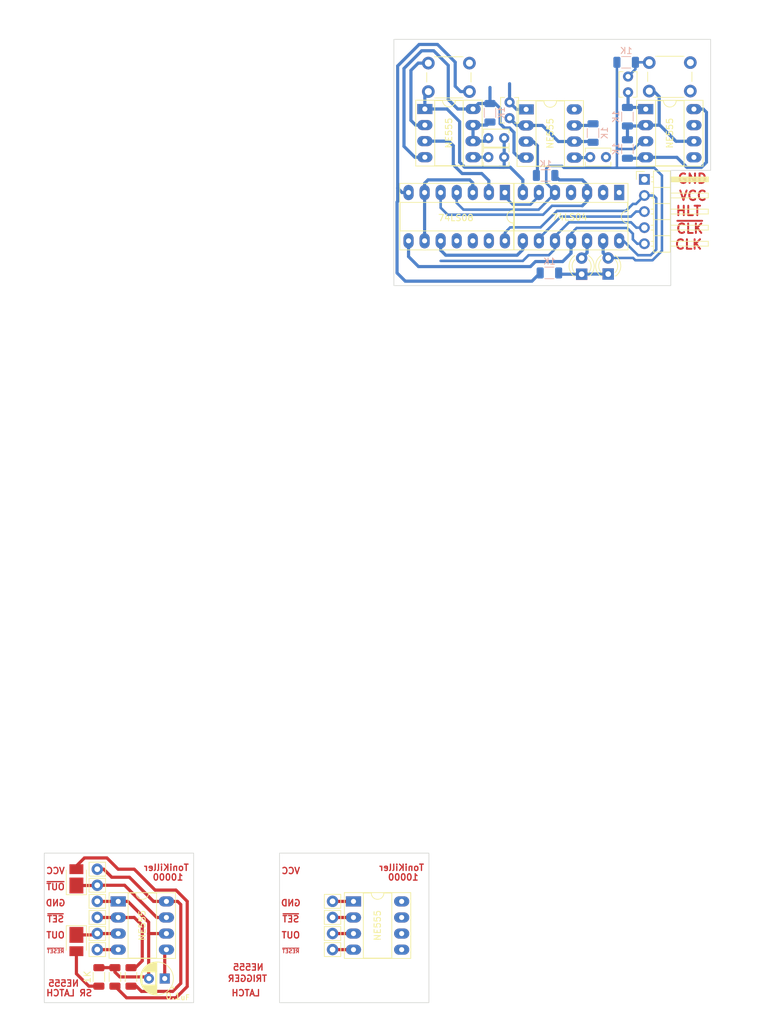
<source format=kicad_pcb>
(kicad_pcb (version 20211014) (generator pcbnew)
  (layers (0 "F.Cu" signal) (31 "B.Cu" signal) (34 "B.Paste" user) (35 "F.Paste" user) (36 "B.SilkS" user "B.Silkscreen") (37 "F.SilkS" user "F.Silkscreen") (38 "B.Mask" user) (39 "F.Mask" user) (44 "Edge.Cuts" user))
  (net 0 "")
  (footprint "Connector_Pin:Pin_D0.9mm_L10.0mm_W2.4mm_FlatFork" (layer "F.Cu") (at 64.289 163.66)
    (fp_text reference "REF**" hide)
    (fp_text value "Pin_D0.9mm_L10.0mm_W2.4mm_FlatFork")
    (pad "1" thru_hole circle (at 0 0) (size 1.8 1.8) (drill 0.9) (layers F&B.Cu *.Mask))
  )
  (footprint "LED_SMD:LED_PLCC_2835_Handsoldering" (layer "F.Cu") (at 60.987 164.93 -90)
    (fp_text reference "REF**" hide)
    (fp_text value "LED_PLCC_2835_Handsoldering")
    (pad "1" smd rect (at -1.05 0 270) (size 2.5 2.2) (layers "F.Cu" "F.Paste" "F.Mask"))
    (pad "2" smd rect (at 1.525 0 270) (size 1.55 2.2) (layers "F.Cu" "F.Paste" "F.Mask"))
  )
  (footprint "Connector_Pin:Pin_D0.9mm_L10.0mm_W2.4mm_FlatFork" (layer "F.Cu") (at 101.5 158.58)
    (fp_text reference "REF**" hide)
    (fp_text value "Pin_D0.9mm_L10.0mm_W2.4mm_FlatFork")
    (pad "1" thru_hole circle (at 0 0) (size 1.8 1.8) (drill 0.9) (layers F&B.Cu *.Mask))
  )
  (footprint "Connector_Pin:Pin_D0.9mm_L10.0mm_W2.4mm_FlatFork" (layer "F.Cu") (at 64.289 161.12)
    (fp_text reference "REF**" hide)
    (fp_text value "Pin_D0.9mm_L10.0mm_W2.4mm_FlatFork")
    (pad "1" thru_hole circle (at 0 0) (size 1.8 1.8) (drill 0.9) (layers F&B.Cu *.Mask))
  )
  (footprint "LED_THT:LED_D3.0mm" (layer "F.Cu") (at 140.9 59.5 90)
    (fp_text reference "REF**" hide)
    (fp_text value "LED_D3.0mm")
    (pad "1" thru_hole rect (at 0 0 90) (size 1.8 1.8) (drill 0.9) (layers *.Cu *.Mask))
    (pad "2" thru_hole circle (at 2.54 0 90) (size 1.8 1.8) (drill 0.9) (layers *.Cu *.Mask))
  )
  (footprint "Connector_Pin:Pin_D0.9mm_L10.0mm_W2.4mm_FlatFork" (layer "F.Cu") (at 64.289 158.58)
    (fp_text reference "REF**" hide)
    (fp_text value "Pin_D0.9mm_L10.0mm_W2.4mm_FlatFork")
    (pad "1" thru_hole circle (at 0 0) (size 1.8 1.8) (drill 0.9) (layers F&B.Cu *.Mask))
  )
  (footprint "Package_DIP:DIP-8_W7.62mm_Socket_LongPads" (layer "F.Cu") (at 104.812 158.59)
    (fp_text reference "NE555" (at 3.8 3.8 90) (layer "F.SilkS"))
    (fp_text value "DIP-8_W7.62mm_Socket_LongPads" hide)
    (pad "1" thru_hole rect (at 0 0) (size 2.4 1.6) (drill 0.8) (layers F&B.Cu *.Mask))
    (pad "2" thru_hole oval (at 0 2.54) (size 2.4 1.6) (drill 0.8) (layers F&B.Cu *.Mask))
    (pad "3" thru_hole oval (at 0 5.08) (size 2.4 1.6) (drill 0.8) (layers F&B.Cu *.Mask))
    (pad "4" thru_hole oval (at 0 7.62) (size 2.4 1.6) (drill 0.8) (layers F&B.Cu *.Mask))
    (pad "5" thru_hole oval (at 7.62 7.62) (size 2.4 1.6) (drill 0.8) (layers F&B.Cu *.Mask))
    (pad "6" thru_hole oval (at 7.62 5.08) (size 2.4 1.6) (drill 0.8) (layers F&B.Cu *.Mask))
    (pad "7" thru_hole oval (at 7.62 2.54) (size 2.4 1.6) (drill 0.8) (layers F&B.Cu *.Mask))
    (pad "8" thru_hole oval (at 7.62 0) (size 2.4 1.6) (drill 0.8) (layers F&B.Cu *.Mask))
  )
  (footprint "Resistor_SMD:R_1206_3216Metric" (layer "F.Cu") (at 67.083 170.518 90)
    (fp_text reference "1K" hide)
    (fp_text value "R_1206_3216Metric")
    (pad "1" smd roundrect (at -1.4625 0 90) (size 1.125 1.75) (layers "F.Cu" "F.Paste" "F.Mask") (roundrect_rratio 0.222222))
    (pad "2" smd roundrect (at 1.4625 0 90) (size 1.125 1.75) (layers "F.Cu" "F.Paste" "F.Mask") (roundrect_rratio 0.222222))
  )
  (footprint "Capacitor_THT:C_Disc_D3.8mm_W2.6mm_P2.50mm" (layer "F.Cu") (at 144.75 41 180)
    (fp_text reference "REF**" hide)
    (fp_text value "C_Disc_D3.8mm_W2.6mm_P2.50mm")
    (pad "1" thru_hole circle (at 0 0 180) (size 1.6 1.6) (drill 0.8) (layers *.Cu *.Mask))
    (pad "2" thru_hole circle (at 2.5 0 180) (size 1.6 1.6) (drill 0.8) (layers *.Cu *.Mask))
  )
  (footprint "LED_THT:LED_D3.0mm" (layer "F.Cu") (at 145.1 59.475 90)
    (fp_text reference "REF**" hide)
    (fp_text value "LED_D3.0mm")
    (pad "1" thru_hole rect (at 0 0 90) (size 1.8 1.8) (drill 0.9) (layers *.Cu *.Mask))
    (pad "2" thru_hole circle (at 2.54 0 90) (size 1.8 1.8) (drill 0.9) (layers *.Cu *.Mask))
  )
  (footprint "Package_DIP:DIP-8_W7.62mm_Socket_LongPads" (layer "F.Cu") (at 132.12 33.46)
    (fp_text reference "NE555" (at 3.8 3.8 90) (layer "F.SilkS"))
    (fp_text value "DIP-8_W7.62mm_Socket_LongPads" hide)
    (pad "1" thru_hole rect (at 0 0) (size 2.4 1.6) (drill 0.8) (layers F&B.Cu *.Mask))
    (pad "2" thru_hole oval (at 0 2.54) (size 2.4 1.6) (drill 0.8) (layers F&B.Cu *.Mask))
    (pad "3" thru_hole oval (at 0 5.08) (size 2.4 1.6) (drill 0.8) (layers F&B.Cu *.Mask))
    (pad "4" thru_hole oval (at 0 7.62) (size 2.4 1.6) (drill 0.8) (layers F&B.Cu *.Mask))
    (pad "5" thru_hole oval (at 7.62 7.62) (size 2.4 1.6) (drill 0.8) (layers F&B.Cu *.Mask))
    (pad "6" thru_hole oval (at 7.62 5.08) (size 2.4 1.6) (drill 0.8) (layers F&B.Cu *.Mask))
    (pad "7" thru_hole oval (at 7.62 2.54) (size 2.4 1.6) (drill 0.8) (layers F&B.Cu *.Mask))
    (pad "8" thru_hole oval (at 7.62 0) (size 2.4 1.6) (drill 0.8) (layers F&B.Cu *.Mask))
  )
  (footprint "Button_Switch_THT:SW_PUSH_6mm" (layer "F.Cu") (at 151.59 26.07)
    (fp_text reference "REF**" hide)
    (fp_text value "SW_PUSH_6mm")
    (pad "1" thru_hole circle (at 6.5 0 90) (size 2 2) (drill 1.1) (layers *.Cu *.Mask))
    (pad "1" thru_hole circle (at 0 0 90) (size 2 2) (drill 1.1) (layers *.Cu *.Mask))
    (pad "2" thru_hole circle (at 0 4.5 90) (size 2 2) (drill 1.1) (layers *.Cu *.Mask))
    (pad "2" thru_hole circle (at 6.5 4.5 90) (size 2 2) (drill 1.1) (layers *.Cu *.Mask))
  )
  (footprint "Capacitor_THT:C_Disc_D3.8mm_W2.6mm_P2.50mm" (layer "F.Cu") (at 148.24 28.27 -90)
    (fp_text reference "REF**" hide)
    (fp_text value "C_Disc_D3.8mm_W2.6mm_P2.50mm")
    (pad "1" thru_hole circle (at 0 0 270) (size 1.6 1.6) (drill 0.8) (layers *.Cu *.Mask))
    (pad "2" thru_hole circle (at 2.5 0 270) (size 1.6 1.6) (drill 0.8) (layers *.Cu *.Mask))
  )
  (footprint "Resistor_SMD:R_1206_3216Metric" (layer "F.Cu") (at 69.623 170.518 90)
    (fp_text reference "1K" hide)
    (fp_text value "R_1206_3216Metric")
    (pad "1" smd roundrect (at -1.4625 0 90) (size 1.125 1.75) (layers "F.Cu" "F.Paste" "F.Mask") (roundrect_rratio 0.222222))
    (pad "2" smd roundrect (at 1.4625 0 90) (size 1.125 1.75) (layers "F.Cu" "F.Paste" "F.Mask") (roundrect_rratio 0.222222))
  )
  (footprint "Resistor_SMD:R_1206_3216Metric" (layer "F.Cu") (at 64.543 170.518 90)
    (fp_text reference "1K" (at 0 -1.82 90) (layer "F.SilkS"))
    (fp_text value "R_1206_3216Metric")
    (pad "1" smd roundrect (at -1.4625 0 90) (size 1.125 1.75) (layers "F.Cu" "F.Paste" "F.Mask") (roundrect_rratio 0.222222))
    (pad "2" smd roundrect (at 1.4625 0 90) (size 1.125 1.75) (layers "F.Cu" "F.Paste" "F.Mask") (roundrect_rratio 0.222222))
  )
  (footprint "Capacitor_THT:C_Disc_D3.8mm_W2.6mm_P2.50mm" (layer "F.Cu") (at 129.5 34.85 90)
    (fp_text reference "REF**" hide)
    (fp_text value "C_Disc_D3.8mm_W2.6mm_P2.50mm")
    (pad "1" thru_hole circle (at 0 0 90) (size 1.6 1.6) (drill 0.8) (layers *.Cu *.Mask))
    (pad "2" thru_hole circle (at 2.5 0 90) (size 1.6 1.6) (drill 0.8) (layers *.Cu *.Mask))
  )
  (footprint "Connector_Pin:Pin_D0.9mm_L10.0mm_W2.4mm_FlatFork" (layer "F.Cu") (at 64.289 156.04)
    (fp_text reference "REF**" hide)
    (fp_text value "Pin_D0.9mm_L10.0mm_W2.4mm_FlatFork")
    (pad "1" thru_hole circle (at 0 0) (size 1.8 1.8) (drill 0.9) (layers F&B.Cu *.Mask))
  )
  (footprint "Capacitor_THT:CP_Radial_D5.0mm_P2.50mm" (layer "F.Cu") (at 74.957 170.772 180)
    (fp_text reference "0.1_{uF}" (at -2.032 -2.794) (layer "F.SilkS"))
    (fp_text value "CP_Radial_D5.0mm_P2.50mm")
    (pad "1" thru_hole rect (at 0 0 180) (size 1.6 1.6) (drill 0.8) (layers F&B.Cu *.Mask))
    (pad "2" thru_hole circle (at 2.5 0 180) (size 1.6 1.6) (drill 0.8) (layers F&B.Cu *.Mask))
  )
  (footprint "Connector_Pin:Pin_D0.9mm_L10.0mm_W2.4mm_FlatFork" (layer "F.Cu") (at 64.289 166.2)
    (fp_text reference "REF**" hide)
    (fp_text value "Pin_D0.9mm_L10.0mm_W2.4mm_FlatFork")
    (pad "1" thru_hole circle (at 0 0) (size 1.8 1.8) (drill 0.9) (layers F&B.Cu *.Mask))
  )
  (footprint "Package_DIP:DIP-14_W7.62mm_Socket_LongPads" (layer "F.Cu") (at 128.76 46.6 -90)
    (fp_text reference "74LS08" (at 4 7.76 180) (layer "F.SilkS"))
    (fp_text value "DIP-14_W7.62mm_Socket_LongPads")
    (pad "1" thru_hole rect locked (at 0 0 270) (size 2.4 1.6) (drill 0.8) (layers *.Cu *.Mask))
    (pad "2" thru_hole oval locked (at 0 2.54 270) (size 2.4 1.6) (drill 0.8) (layers *.Cu *.Mask))
    (pad "3" thru_hole oval locked (at 0 5.08 270) (size 2.4 1.6) (drill 0.8) (layers *.Cu *.Mask))
    (pad "4" thru_hole oval locked (at 0 7.62 270) (size 2.4 1.6) (drill 0.8) (layers *.Cu *.Mask))
    (pad "5" thru_hole oval locked (at 0 10.16 270) (size 2.4 1.6) (drill 0.8) (layers *.Cu *.Mask))
    (pad "6" thru_hole oval locked (at 0 12.7 270) (size 2.4 1.6) (drill 0.8) (layers *.Cu *.Mask))
    (pad "7" thru_hole oval locked (at 0 15.24 270) (size 2.4 1.6) (drill 0.8) (layers *.Cu *.Mask))
    (pad "8" thru_hole oval locked (at 7.62 15.24 270) (size 2.4 1.6) (drill 0.8) (layers *.Cu *.Mask))
    (pad "9" thru_hole oval locked (at 7.62 12.7 270) (size 2.4 1.6) (drill 0.8) (layers *.Cu *.Mask))
    (pad "10" thru_hole oval locked (at 7.62 10.16 270) (size 2.4 1.6) (drill 0.8) (layers *.Cu *.Mask))
    (pad "11" thru_hole oval locked (at 7.62 7.62 270) (size 2.4 1.6) (drill 0.8) (layers *.Cu *.Mask))
    (pad "12" thru_hole oval locked (at 7.62 5.08 270) (size 2.4 1.6) (drill 0.8) (layers *.Cu *.Mask))
    (pad "13" thru_hole oval locked (at 7.62 2.54 270) (size 2.4 1.6) (drill 0.8) (layers *.Cu *.Mask))
    (pad "14" thru_hole oval locked (at 7.62 0 270) (size 2.4 1.6) (drill 0.8) (layers *.Cu *.Mask))
  )
  (footprint "Capacitor_THT:C_Disc_D3.8mm_W2.6mm_P2.50mm" (layer "F.Cu") (at 128.65 41 180)
    (fp_text reference "REF**" hide)
    (fp_text value "C_Disc_D3.8mm_W2.6mm_P2.50mm")
    (pad "1" thru_hole circle (at 0 0 180) (size 1.6 1.6) (drill 0.8) (layers *.Cu *.Mask))
    (pad "2" thru_hole circle (at 2.5 0 180) (size 1.6 1.6) (drill 0.8) (layers *.Cu *.Mask))
  )
  (footprint "Capacitor_THT:C_Disc_D3.8mm_W2.6mm_P2.50mm" (layer "F.Cu") (at 128.65 38 180)
    (fp_text reference "REF**" hide)
    (fp_text value "C_Disc_D3.8mm_W2.6mm_P2.50mm")
    (pad "1" thru_hole circle (at 0 0 180) (size 1.6 1.6) (drill 0.8) (layers *.Cu *.Mask))
    (pad "2" thru_hole circle (at 2.5 0 180) (size 1.6 1.6) (drill 0.8) (layers *.Cu *.Mask))
  )
  (footprint "Connector_Pin:Pin_D0.9mm_L10.0mm_W2.4mm_FlatFork" (layer "F.Cu") (at 64.289 153.5)
    (fp_text reference "REF**" hide)
    (fp_text value "Pin_D0.9mm_L10.0mm_W2.4mm_FlatFork")
    (pad "1" thru_hole circle (at 0 0) (size 1.8 1.8) (drill 0.9) (layers F&B.Cu *.Mask))
  )
  (footprint "Connector_PinHeader_2.54mm:PinHeader_1x05_P2.54mm_Horizontal" (layer "F.Cu") (at 150.825 44.525)
    (fp_text reference "REF**" hide)
    (fp_text value "PinHeader_1x05_P2.54mm_Horizontal")
    (pad "1" thru_hole rect (at 0 0) (size 1.7 1.7) (drill 1) (layers *.Cu *.Mask))
    (pad "2" thru_hole oval (at 0 2.54) (size 1.7 1.7) (drill 1) (layers *.Cu *.Mask))
    (pad "3" thru_hole oval (at 0 5.08) (size 1.7 1.7) (drill 1) (layers *.Cu *.Mask))
    (pad "4" thru_hole oval (at 0 7.62) (size 1.7 1.7) (drill 1) (layers *.Cu *.Mask))
    (pad "5" thru_hole oval (at 0 10.16) (size 1.7 1.7) (drill 1) (layers *.Cu *.Mask))
  )
  (footprint "Package_DIP:DIP-14_W7.62mm_Socket_LongPads" (layer "F.Cu") (at 146.84 46.6 -90)
    (fp_text reference "74LS04" (at 3.9 7.84 180) (layer "F.SilkS"))
    (fp_text value "DIP-14_W7.62mm_Socket_LongPads")
    (pad "1" thru_hole rect (at 0 0 270) (size 2.4 1.6) (drill 0.8) (layers *.Cu *.Mask))
    (pad "2" thru_hole oval (at 0 2.54 270) (size 2.4 1.6) (drill 0.8) (layers *.Cu *.Mask))
    (pad "3" thru_hole oval (at 0 5.08 270) (size 2.4 1.6) (drill 0.8) (layers *.Cu *.Mask))
    (pad "4" thru_hole oval (at 0 7.62 270) (size 2.4 1.6) (drill 0.8) (layers *.Cu *.Mask))
    (pad "5" thru_hole oval (at 0 10.16 270) (size 2.4 1.6) (drill 0.8) (layers *.Cu *.Mask))
    (pad "6" thru_hole oval (at 0 12.7 270) (size 2.4 1.6) (drill 0.8) (layers *.Cu *.Mask))
    (pad "7" thru_hole oval (at 0 15.24 270) (size 2.4 1.6) (drill 0.8) (layers *.Cu *.Mask))
    (pad "8" thru_hole oval (at 7.62 15.24 270) (size 2.4 1.6) (drill 0.8) (layers *.Cu *.Mask))
    (pad "9" thru_hole oval (at 7.62 12.7 270) (size 2.4 1.6) (drill 0.8) (layers *.Cu *.Mask))
    (pad "10" thru_hole oval (at 7.62 10.16 270) (size 2.4 1.6) (drill 0.8) (layers *.Cu *.Mask))
    (pad "11" thru_hole oval (at 7.62 7.62 270) (size 2.4 1.6) (drill 0.8) (layers *.Cu *.Mask))
    (pad "12" thru_hole oval (at 7.62 5.08 270) (size 2.4 1.6) (drill 0.8) (layers *.Cu *.Mask))
    (pad "13" thru_hole oval (at 7.62 2.54 270) (size 2.4 1.6) (drill 0.8) (layers *.Cu *.Mask))
    (pad "14" thru_hole oval (at 7.62 0 270) (size 2.4 1.6) (drill 0.8) (layers *.Cu *.Mask))
  )
  (footprint "Connector_Pin:Pin_D0.9mm_L10.0mm_W2.4mm_FlatFork" (layer "F.Cu") (at 101.5 163.66)
    (fp_text reference "REF**" hide)
    (fp_text value "Pin_D0.9mm_L10.0mm_W2.4mm_FlatFork")
    (pad "1" thru_hole circle (at 0 0) (size 1.8 1.8) (drill 0.9) (layers F&B.Cu *.Mask))
  )
  (footprint "Button_Switch_THT:SW_PUSH_6mm" (layer "F.Cu") (at 116.65 26.15)
    (fp_text reference "REF**" hide)
    (fp_text value "SW_PUSH_6mm")
    (pad "1" thru_hole circle (at 6.5 0 90) (size 2 2) (drill 1.1) (layers *.Cu *.Mask))
    (pad "1" thru_hole circle (at 0 0 90) (size 2 2) (drill 1.1) (layers *.Cu *.Mask))
    (pad "2" thru_hole circle (at 0 4.5 90) (size 2 2) (drill 1.1) (layers *.Cu *.Mask))
    (pad "2" thru_hole circle (at 6.5 4.5 90) (size 2 2) (drill 1.1) (layers *.Cu *.Mask))
  )
  (footprint "Package_DIP:DIP-8_W7.62mm_Socket_LongPads" (layer "F.Cu") (at 67.601 158.59)
    (fp_text reference "NE555" (at 3.8 3.8 90) (layer "F.SilkS"))
    (fp_text value "DIP-8_W7.62mm_Socket_LongPads" hide)
    (pad "1" thru_hole rect (at 0 0) (size 2.4 1.6) (drill 0.8) (layers F&B.Cu *.Mask))
    (pad "2" thru_hole oval (at 0 2.54) (size 2.4 1.6) (drill 0.8) (layers F&B.Cu *.Mask))
    (pad "3" thru_hole oval (at 0 5.08) (size 2.4 1.6) (drill 0.8) (layers F&B.Cu *.Mask))
    (pad "4" thru_hole oval (at 0 7.62) (size 2.4 1.6) (drill 0.8) (layers F&B.Cu *.Mask))
    (pad "5" thru_hole oval (at 7.62 7.62) (size 2.4 1.6) (drill 0.8) (layers F&B.Cu *.Mask))
    (pad "6" thru_hole oval (at 7.62 5.08) (size 2.4 1.6) (drill 0.8) (layers F&B.Cu *.Mask))
    (pad "7" thru_hole oval (at 7.62 2.54) (size 2.4 1.6) (drill 0.8) (layers F&B.Cu *.Mask))
    (pad "8" thru_hole oval (at 7.62 0) (size 2.4 1.6) (drill 0.8) (layers F&B.Cu *.Mask))
  )
  (footprint "Connector_Pin:Pin_D0.9mm_L10.0mm_W2.4mm_FlatFork" (layer "F.Cu") (at 101.5 166.2)
    (fp_text reference "REF**" hide)
    (fp_text value "Pin_D0.9mm_L10.0mm_W2.4mm_FlatFork")
    (pad "1" thru_hole circle (at 0 0) (size 1.8 1.8) (drill 0.9) (layers F&B.Cu *.Mask))
  )
  (footprint "LED_SMD:LED_PLCC_2835_Handsoldering" (layer "F.Cu") (at 60.987 155.024 90)
    (fp_text reference "REF**" hide)
    (fp_text value "LED_PLCC_2835_Handsoldering")
    (pad "1" smd rect (at -1.05 0 90) (size 2.5 2.2) (layers "F.Cu" "F.Paste" "F.Mask"))
    (pad "2" smd rect (at 1.525 0 90) (size 1.55 2.2) (layers "F.Cu" "F.Paste" "F.Mask"))
  )
  (footprint "Package_DIP:DIP-8_W7.62mm_Socket_LongPads" (layer "F.Cu") (at 151.04 33.42)
    (fp_text reference "NE555" (at 3.8 3.8 90) (layer "F.SilkS"))
    (fp_text value "DIP-8_W7.62mm_Socket_LongPads" hide)
    (pad "1" thru_hole rect (at 0 0) (size 2.4 1.6) (drill 0.8) (layers F&B.Cu *.Mask))
    (pad "2" thru_hole oval (at 0 2.54) (size 2.4 1.6) (drill 0.8) (layers F&B.Cu *.Mask))
    (pad "3" thru_hole oval (at 0 5.08) (size 2.4 1.6) (drill 0.8) (layers F&B.Cu *.Mask))
    (pad "4" thru_hole oval (at 0 7.62) (size 2.4 1.6) (drill 0.8) (layers F&B.Cu *.Mask))
    (pad "5" thru_hole oval (at 7.62 7.62) (size 2.4 1.6) (drill 0.8) (layers F&B.Cu *.Mask))
    (pad "6" thru_hole oval (at 7.62 5.08) (size 2.4 1.6) (drill 0.8) (layers F&B.Cu *.Mask))
    (pad "7" thru_hole oval (at 7.62 2.54) (size 2.4 1.6) (drill 0.8) (layers F&B.Cu *.Mask))
    (pad "8" thru_hole oval (at 7.62 0) (size 2.4 1.6) (drill 0.8) (layers F&B.Cu *.Mask))
  )
  (footprint "Connector_Pin:Pin_D0.9mm_L10.0mm_W2.4mm_FlatFork" (layer "F.Cu") (at 101.5 161.12)
    (fp_text reference "REF**" hide)
    (fp_text value "Pin_D0.9mm_L10.0mm_W2.4mm_FlatFork")
    (pad "1" thru_hole circle (at 0 0) (size 1.8 1.8) (drill 0.9) (layers F&B.Cu *.Mask))
  )
  (footprint "Package_DIP:DIP-8_W7.62mm_Socket_LongPads" (layer "F.Cu") (at 116.1 33.4)
    (fp_text reference "NE555" (at 3.8 3.8 90) (layer "F.SilkS"))
    (fp_text value "DIP-8_W7.62mm_Socket_LongPads" hide)
    (pad "1" thru_hole rect (at 0 0) (size 2.4 1.6) (drill 0.8) (layers F&B.Cu *.Mask))
    (pad "2" thru_hole oval (at 0 2.54) (size 2.4 1.6) (drill 0.8) (layers F&B.Cu *.Mask))
    (pad "3" thru_hole oval (at 0 5.08) (size 2.4 1.6) (drill 0.8) (layers F&B.Cu *.Mask))
    (pad "4" thru_hole oval (at 0 7.62) (size 2.4 1.6) (drill 0.8) (layers F&B.Cu *.Mask))
    (pad "5" thru_hole oval (at 7.62 7.62) (size 2.4 1.6) (drill 0.8) (layers F&B.Cu *.Mask))
    (pad "6" thru_hole oval (at 7.62 5.08) (size 2.4 1.6) (drill 0.8) (layers F&B.Cu *.Mask))
    (pad "7" thru_hole oval (at 7.62 2.54) (size 2.4 1.6) (drill 0.8) (layers F&B.Cu *.Mask))
    (pad "8" thru_hole oval (at 7.62 0) (size 2.4 1.6) (drill 0.8) (layers F&B.Cu *.Mask))
  )
  (footprint "Resistor_SMD:R_1206_3216Metric" (layer "B.Cu") (at 148.14 39.72 -90)
    (fp_text reference "1K" (at 0 1.82 -270) (layer "B.SilkS") (effects (justify mirror)))
    (fp_text value "R_1206_3216Metric")
    (pad "1" smd roundrect (at -1.4625 0 270) (size 1.125 1.75) (layers "B.Cu" "B.Paste" "B.Mask") (roundrect_rratio 0.222222))
    (pad "2" smd roundrect (at 1.4625 0 270) (size 1.125 1.75) (layers "B.Cu" "B.Paste" "B.Mask") (roundrect_rratio 0.222222))
  )
  (footprint "Resistor_SMD:R_1206_3216Metric" (layer "B.Cu") (at 142.7 37.2 90)
    (fp_text reference "1K" (at 0 1.82 90) (layer "B.SilkS") (effects (justify mirror)))
    (fp_text value "R_1206_3216Metric")
    (pad "1" smd roundrect (at -1.4625 0 90) (size 1.125 1.75) (layers "B.Cu" "B.Paste" "B.Mask") (roundrect_rratio 0.222222))
    (pad "2" smd roundrect (at 1.4625 0 90) (size 1.125 1.75) (layers "B.Cu" "B.Paste" "B.Mask") (roundrect_rratio 0.222222))
  )
  (footprint "Resistor_SMD:R_1206_3216Metric" (layer "B.Cu") (at 147.94 26.02 180)
    (fp_text reference "1K" (at 0 1.82) (layer "B.SilkS") (effects (justify mirror)))
    (fp_text value "R_1206_3216Metric")
    (pad "1" smd roundrect (at -1.4625 0 180) (size 1.125 1.75) (layers "B.Cu" "B.Paste" "B.Mask") (roundrect_rratio 0.222222))
    (pad "2" smd roundrect (at 1.4625 0 180) (size 1.125 1.75) (layers "B.Cu" "B.Paste" "B.Mask") (roundrect_rratio 0.222222))
  )
  (footprint "Resistor_SMD:R_1206_3216Metric" (layer "B.Cu") (at 135.8 59.3 180)
    (fp_text reference "1K" (at 0 1.82) (layer "B.SilkS") (effects (justify mirror)))
    (fp_text value "R_1206_3216Metric")
    (pad "1" smd roundrect (at -1.4625 0 180) (size 1.125 1.75) (layers "B.Cu" "B.Paste" "B.Mask") (roundrect_rratio 0.222222))
    (pad "2" smd roundrect (at 1.4625 0 180) (size 1.125 1.75) (layers "B.Cu" "B.Paste" "B.Mask") (roundrect_rratio 0.222222))
  )
  (footprint "Resistor_SMD:R_1206_3216Metric" (layer "B.Cu") (at 126.4 34 90)
    (fp_text reference "1K" (at 0 1.82 90) (layer "B.SilkS") (effects (justify mirror)))
    (fp_text value "R_1206_3216Metric")
    (pad "1" smd roundrect (at -1.4625 0 90) (size 1.125 1.75) (layers "B.Cu" "B.Paste" "B.Mask") (roundrect_rratio 0.222222))
    (pad "2" smd roundrect (at 1.4625 0 90) (size 1.125 1.75) (layers "B.Cu" "B.Paste" "B.Mask") (roundrect_rratio 0.222222))
  )
  (footprint "Resistor_SMD:R_1206_3216Metric" (layer "B.Cu") (at 148.14 34.62 -90)
    (fp_text reference "1K" (at 0 1.82 -270) (layer "B.SilkS") (effects (justify mirror)))
    (fp_text value "R_1206_3216Metric")
    (pad "1" smd roundrect (at -1.4625 0 270) (size 1.125 1.75) (layers "B.Cu" "B.Paste" "B.Mask") (roundrect_rratio 0.222222))
    (pad "2" smd roundrect (at 1.4625 0 270) (size 1.125 1.75) (layers "B.Cu" "B.Paste" "B.Mask") (roundrect_rratio 0.222222))
  )
  (footprint "Resistor_SMD:R_1206_3216Metric" (layer "B.Cu") (at 135.2 43.9 180)
    (fp_text reference "1K" (at 0 1.82) (layer "B.SilkS") (effects (justify mirror)))
    (fp_text value "R_1206_3216Metric")
    (pad "1" smd roundrect (at -1.4625 0 180) (size 1.125 1.75) (layers "B.Cu" "B.Paste" "B.Mask") (roundrect_rratio 0.222222))
    (pad "2" smd roundrect (at 1.4625 0 180) (size 1.125 1.75) (layers "B.Cu" "B.Paste" "B.Mask") (roundrect_rratio 0.222222))
  )
  (gr_poly (pts (xy 161.3 43.1) (xy 155 43.1) (xy 155 61.3) (xy 111.2 61.3) (xy 111.2 22.4) (xy 161.3 22.4)) (layer "Edge.Cuts") (width 0.1) (fill none))
  (gr_rect (start 55.907 150.96) (end 79.529 174.582) (layer "Edge.Cuts") (width 0.1) (fill none))
  (gr_rect (start 93.118 150.96) (end 116.74 174.582) (layer "Edge.Cuts") (width 0.1) (fill none))
  (gr_text "10000\n" (at 112.676 154.77) (layer "F.Cu") (effects (font (size 1 1) (thickness 0.2)) (justify mirror)))
  (gr_text "~{SET}" (at 57.685 161.374) (layer "F.Cu") (effects (font (size 1 1) (thickness 0.2)) (justify mirror)))
  (gr_text "VCC" (at 57.685 153.754) (layer "F.Cu") (effects (font (size 1 1) (thickness 0.2)) (justify mirror)))
  (gr_text "ToniKiller\n" (at 75.211 153.246) (layer "F.Cu") (effects (font (size 1 1) (thickness 0.2)) (justify mirror)))
  (gr_text "~{RESET}" (at 94.896 166.454) (layer "F.Cu") (effects (font (size 0.6 0.6) (thickness 0.12)) (justify mirror)))
  (gr_text "VCC" (at 94.896 153.754) (layer "F.Cu") (effects (font (size 1 1) (thickness 0.2)) (justify mirror)))
  (gr_text "~{OUT}" (at 57.685 156.294) (layer "F.Cu") (effects (font (size 1 1) (thickness 0.2)) (justify mirror)))
  (gr_text "GND" (at 158.4 44.4) (layer "F.Cu") (effects (font (size 1.5 1.5) (thickness 0.3))))
  (gr_text "~{RESET}" (at 57.685 166.454) (layer "F.Cu") (effects (font (size 0.6 0.6) (thickness 0.12)) (justify mirror)))
  (gr_text "GND\n" (at 94.896 158.834) (layer "F.Cu") (effects (font (size 1 1) (thickness 0.2)) (justify mirror)))
  (gr_text "NE555 " (at 58.574 171.534) (layer "F.Cu") (effects (font (size 1 1) (thickness 0.2)) (justify mirror)))
  (gr_text "SR LATCH" (at 59.844 173.058) (layer "F.Cu") (effects (font (size 1 1) (thickness 0.2)) (justify mirror)))
  (gr_text "~{CLK}\n" (at 158 52.3) (layer "F.Cu") (effects (font (size 1.5 1.5) (thickness 0.3))))
  (gr_text "ToniKiller\n" (at 112.422 153.246) (layer "F.Cu") (effects (font (size 1 1) (thickness 0.2)) (justify mirror)))
  (gr_text "NE555 " (at 87.784 168.994) (layer "F.Cu") (effects (font (size 1 1) (thickness 0.2)) (justify mirror)))
  (gr_text "CLK\n" (at 157.8 54.8) (layer "F.Cu") (effects (font (size 1.5 1.5) (thickness 0.3))))
  (gr_text "TRIGGER\n" (at 88.038 170.772) (layer "F.Cu") (effects (font (size 1 1) (thickness 0.2)) (justify mirror)))
  (gr_text "OUT" (at 94.896 163.914) (layer "F.Cu") (effects (font (size 1 1) (thickness 0.2)) (justify mirror)))
  (gr_text "OUT" (at 57.685 163.914) (layer "F.Cu") (effects (font (size 1 1) (thickness 0.2)) (justify mirror)))
  (gr_text "~{SET}" (at 94.896 161.374) (layer "F.Cu") (effects (font (size 1 1) (thickness 0.2)) (justify mirror)))
  (gr_text "GND\n" (at 57.685 158.834) (layer "F.Cu") (effects (font (size 1 1) (thickness 0.2)) (justify mirror)))
  (gr_text "VCC" (at 158.5 47.1) (layer "F.Cu") (effects (font (size 1.5 1.5) (thickness 0.3))))
  (gr_text "10000\n" (at 75.465 154.77) (layer "F.Cu") (effects (font (size 1 1) (thickness 0.2)) (justify mirror)))
  (gr_text "LATCH" (at 87.784 173.058) (layer "F.Cu") (effects (font (size 1 1) (thickness 0.2)) (justify mirror)))
  (gr_text "HLT" (at 157.8 49.5) (layer "F.Cu") (effects (font (size 1.5 1.5) (thickness 0.3))))
  (segment (start 77.497 171.534) (end 76.227 172.804) (width 0.5) (layer "F.Cu") (net 0))
  (segment (start 104.812 158.59) (end 101.51 158.59) (width 0.5) (layer "F.Cu") (net 0))
  (segment (start 62.257 151.722) (end 65.813 151.722) (width 0.5) (layer "F.Cu") (net 0))
  (segment (start 67.601 158.59) (end 64.299 158.59) (width 0.5) (layer "F.Cu") (net 0))
  (segment (start 64.299 161.13) (end 64.289 161.12) (width 0.5) (layer "F.Cu") (net 0))
  (segment (start 78.513 158.58) (end 78.513 172.042) (width 0.5) (layer "F.Cu") (net 0))
  (segment (start 69.125 158.59) (end 72.417 161.882) (width 0.5) (layer "F.Cu") (net 0))
  (segment (start 60.987 153.499) (end 60.987 152.992) (width 0.5) (layer "F.Cu") (net 0))
  (segment (start 71.401 162.39) (end 70.131 161.12) (width 0.5) (layer "F.Cu") (net 0))
  (segment (start 70.3235 169.0555) (end 71.401 167.978) (width 0.5) (layer "F.Cu") (net 0))
  (segment (start 67.083 169.0555) (end 67.083 169.756) (width 0.5) (layer "F.Cu") (net 0))
  (segment (start 73.433 156.802) (end 76.735 156.802) (width 0.5) (layer "F.Cu") (net 0))
  (segment (start 71.274 172.804) (end 70.4505 171.9805) (width 0.5) (layer "F.Cu") (net 0))
  (segment (start 70.131 153.5) (end 73.433 156.802) (width 0.5) (layer "F.Cu") (net 0))
  (segment (start 60.987 163.88) (end 64.069 163.88) (width 0.5) (layer "F.Cu") (net 0))
  (segment (start 67.845 170.518) (end 72.203 170.518) (width 0.5) (layer "F.Cu") (net 0))
  (segment (start 101.51 163.67) (end 101.5 163.66) (width 0.5) (layer "F.Cu") (net 0))
  (segment (start 78.513 172.042) (end 76.735 173.82) (width 0.5) (layer "F.Cu") (net 0))
  (segment (start 104.812 166.21) (end 101.51 166.21) (width 0.5) (layer "F.Cu") (net 0))
  (segment (start 70.4505 171.9805) (end 69.115 171.9805) (width 0.5) (layer "F.Cu") (net 0))
  (segment (start 67.601 158.59) (end 69.125 158.59) (width 0.5) (layer "F.Cu") (net 0))
  (segment (start 66.575 154.77) (end 69.369 154.77) (width 0.5) (layer "F.Cu") (net 0))
  (segment (start 71.401 167.978) (end 71.401 162.39) (width 0.5) (layer "F.Cu") (net 0))
  (segment (start 75.221 163.67) (end 72.427 163.67) (width 0.5) (layer "F.Cu") (net 0))
  (segment (start 67.591 153.5) (end 70.131 153.5) (width 0.5) (layer "F.Cu") (net 0))
  (segment (start 74.957 170.772) (end 74.957 166.474) (width 0.5) (layer "F.Cu") (net 0))
  (segment (start 77.497 159.088) (end 77.497 171.534) (width 0.5) (layer "F.Cu") (net 0))
  (segment (start 72.417 161.882) (end 72.417 170.732) (width 0.5) (layer "F.Cu") (net 0))
  (segment (start 62.9575 171.9805) (end 64.543 171.9805) (width 0.5) (layer "F.Cu") (net 0))
  (segment (start 65.813 151.722) (end 67.591 153.5) (width 0.5) (layer "F.Cu") (net 0))
  (segment (start 67.601 166.21) (end 64.299 166.21) (width 0.5) (layer "F.Cu") (net 0))
  (segment (start 69.369 154.77) (end 73.189 158.59) (width 0.5) (layer "F.Cu") (net 0))
  (segment (start 73.189 158.59) (end 75.221 158.59) (width 0.5) (layer "F.Cu") (net 0))
  (segment (start 101.28 163.88) (end 101.5 163.66) (width 0.5) (layer "F.Cu") (net 0))
  (segment (start 64.255 156.074) (end 64.289 156.04) (width 0.5) (layer "F.Cu") (net 0))
  (segment (start 68.607 156.04) (end 64.289 156.04) (width 0.5) (layer "F.Cu") (net 0))
  (segment (start 76.999 158.59) (end 77.497 159.088) (width 0.5) (layer "F.Cu") (net 0))
  (segment (start 64.299 163.67) (end 64.289 163.66) (width 0.5) (layer "F.Cu") (net 0))
  (segment (start 76.735 173.82) (end 68.9225 173.82) (width 0.5) (layer "F.Cu") (net 0))
  (segment (start 64.299 166.21) (end 64.289 166.2) (width 0.5) (layer "F.Cu") (net 0))
  (segment (start 64.289 153.5) (end 65.305 153.5) (width 0.5) (layer "F.Cu") (net 0))
  (segment (start 60.987 152.992) (end 62.257 151.722) (width 0.5) (layer "F.Cu") (net 0))
  (segment (start 64.543 169.0555) (end 67.083 169.0555) (width 0.5) (layer "F.Cu") (net 0))
  (segment (start 64.069 163.88) (end 64.289 163.66) (width 0.5) (layer "F.Cu") (net 0))
  (segment (start 72.417 170.732) (end 72.457 170.772) (width 0.5) (layer "F.Cu") (net 0))
  (segment (start 76.227 172.804) (end 71.274 172.804) (width 0.5) (layer "F.Cu") (net 0))
  (segment (start 73.697 161.13) (end 68.607 156.04) (width 0.5) (layer "F.Cu") (net 0))
  (segment (start 112.168 166.474) (end 112.432 166.21) (width 0.5) (layer "F.Cu") (net 0))
  (segment (start 65.305 153.5) (end 66.575 154.77) (width 0.5) (layer "F.Cu") (net 0))
  (segment (start 101.51 161.13) (end 101.5 161.12) (width 0.5) (layer "F.Cu") (net 0))
  (segment (start 67.601 163.67) (end 64.299 163.67) (width 0.5) (layer "F.Cu") (net 0))
  (segment (start 104.812 163.67) (end 101.51 163.67) (width 0.5) (layer "F.Cu") (net 0))
  (segment (start 101.51 166.21) (end 101.5 166.2) (width 0.5) (layer "F.Cu") (net 0))
  (segment (start 67.083 169.756) (end 67.845 170.518) (width 0.5) (layer "F.Cu") (net 0))
  (segment (start 76.735 156.802) (end 78.513 158.58) (width 0.5) (layer "F.Cu") (net 0))
  (segment (start 75.221 161.13) (end 73.697 161.13) (width 0.5) (layer "F.Cu") (net 0))
  (segment (start 60.987 166.455) (end 60.987 170.01) (width 0.5) (layer "F.Cu") (net 0))
  (segment (start 67.601 161.13) (end 64.299 161.13) (width 0.5) (layer "F.Cu") (net 0))
  (segment (start 75.221 158.59) (end 76.999 158.59) (width 0.5) (layer "F.Cu") (net 0))
  (segment (start 74.957 166.474) (end 75.221 166.21) (width 0.5) (layer "F.Cu") (net 0))
  (segment (start 72.427 163.67) (end 72.417 163.66) (width 0.5) (layer "F.Cu") (net 0))
  (segment (start 101.51 158.59) (end 101.5 158.58) (width 0.5) (layer "F.Cu") (net 0))
  (segment (start 60.987 156.074) (end 64.255 156.074) (width 0.5) (layer "F.Cu") (net 0))
  (segment (start 60.987 170.01) (end 62.9575 171.9805) (width 0.5) (layer "F.Cu") (net 0))
  (segment (start 64.299 158.59) (end 64.289 158.58) (width 0.5) (layer "F.Cu") (net 0))
  (segment (start 70.131 161.12) (end 70.121 161.13) (width 0.5) (layer "F.Cu") (net 0))
  (segment (start 68.9225 173.82) (end 67.083 171.9805) (width 0.5) (layer "F.Cu") (net 0))
  (segment (start 69.115 169.0555) (end 70.3235 169.0555) (width 0.5) (layer "F.Cu") (net 0))
  (segment (start 104.812 161.13) (end 101.51 161.13) (width 0.5) (layer "F.Cu") (net 0))
  (segment (start 70.121 161.13) (end 67.601 161.13) (width 0.5) (layer "F.Cu") (net 0))
  (segment (start 72.203 170.518) (end 72.457 170.772) (width 0.5) (layer "F.Cu") (net 0))
  (segment (start 128.65 41) (end 128.65 38) (width 0.5) (layer "B.Cu") (net 0))
  (segment (start 133.9 39.2) (end 133.9 43.7375) (width 0.5) (layer "B.Cu") (net 0))
  (segment (start 137.9 57.5) (end 133.6 57.5) (width 0.5) (layer "B.Cu") (net 0))
  (segment (start 146.4775 39.8) (end 146.5575 39.72) (width 0.4) (layer "B.Cu") (net 0))
  (segment (start 128.76 52.94) (end 129.6 52.1) (width 0.4) (layer "B.Cu") (net 0))
  (segment (start 141.76 54.22) (end 141.76 56.1) (width 0.5) (layer "B.Cu") (net 0))
  (segment (start 129.5 34.85) (end 130.65 36) (width 0.5) (layer "B.Cu") (net 0))
  (segment (start 142.17 41.08) (end 142.25 41) (width 0.5) (layer "B.Cu") (net 0))
  (segment (start 133.7375 43.9) (end 133.7375 43.6) (width 0.5) (layer "B.Cu") (net 0))
  (segment (start 120.9 29.8) (end 120.9 26) (width 0.5) (layer "B.Cu") (net 0))
  (segment (start 111.8 45.9) (end 111.8 48) (width 0.5) (layer "B.Cu") (net 0))
  (segment (start 129.6 42.6) (end 127.9 42.6) (width 0.5) (layer "B.Cu") (net 0))
  (segment (start 131.6 54.22) (end 131.6 55.6) (width 0.5) (layer "B.Cu") (net 0))
  (segment (start 151.04 41.04) (end 155.96 41.04) (width 0.5) (layer "B.Cu") (net 0))
  (segment (start 136.6625 43.9) (end 137.3625 44.6) (width 0.5) (layer "B.Cu") (net 0))
  (segment (start 125.9225 35.94) (end 126.4 35.4625) (width 0.5) (layer "B.Cu") (net 0))
  (segment (start 151.54 26.02) (end 151.59 26.07) (width 0.4) (layer "B.Cu") (net 0))
  (segment (start 128.7 36.4) (end 128 35.7) (width 0.5) (layer "B.Cu") (net 0))
  (segment (start 121.6 41.8) (end 121.6 35.4) (width 0.5) (layer "B.Cu") (net 0))
  (segment (start 125.67 38.48) (end 126.15 38) (width 0.5) (layer "B.Cu") (net 0))
  (segment (start 119.4 56.5) (end 118.6 55.7) (width 0.5) (layer "B.Cu") (net 0))
  (segment (start 160.64 41.82) (end 160.64 33.92) (width 0.5) (layer "B.Cu") (net 0))
  (segment (start 115.2 23.2) (end 111.8 26.6) (width 0.5) (layer "B.Cu") (net 0))
  (segment (start 116.1 31.2) (end 116.65 30.65) (width 0.5) (layer "B.Cu") (net 0))
  (segment (start 150.7775 33.1575) (end 151.04 33.42) (width 0.5) (layer "B.Cu") (net 0))
  (segment (start 149.545 52.145) (end 150.825 52.145) (width 0.4) (layer "B.Cu") (net 0))
  (segment (start 123.15 30.65) (end 121.75 30.65) (width 0.5) (layer "B.Cu") (net 0))
  (segment (start 139.22 56.18) (end 137.9 57.5) (width 0.5) (layer "B.Cu") (net 0))
  (segment (start 120.6 42.2) (end 122 43.6) (width 0.5) (layer "B.Cu") (net 0))
  (segment (start 141.76 46.6) (end 141.76 47.94) (width 0.5) (layer "B.Cu") (net 0))
  (segment (start 149.14 39.72) (end 150.36 38.5) (width 0.4) (layer "B.Cu") (net 0))
  (segment (start 152.7 55.6) (end 151.8 56.5) (width 0.4) (layer "B.Cu") (net 0))
  (segment (start 129.5 32.35) (end 129.5 29.4) (width 0.5) (layer "B.Cu") (net 0))
  (segment (start 134.1 49.3) (end 136.68 46.72) (width 0.4) (layer "B.Cu") (net 0))
  (segment (start 128.65 41) (end 128.65 42.6) (width 0.5) (layer "B.Cu") (net 0))
  (segment (start 114.64 35.94) (end 116.1 35.94) (width 0.5) (layer "B.Cu") (net 0))
  (segment (start 160.64 33.92) (end 160.14 33.42) (width 0.5) (layer "B.Cu") (net 0))
  (segment (start 119.8 26.5) (end 119.8 31.9) (width 0.5) (layer "B.Cu") (net 0))
  (segment (start 119.7 50.1) (end 134.8 50.1) (width 0.4) (layer "B.Cu") (net 0))
  (segment (start 136.68 53.52) (end 138.9 51.3) (width 0.4) (layer "B.Cu") (net 0))
  (segment (start 132.8 48.5) (end 130 48.5) (width 0.4) (layer "B.Cu") (net 0))
  (segment (start 123.72 38.48) (end 125.67 38.48) (width 0.5) (layer "B.Cu") (net 0))
  (segment (start 136.68 54.22) (end 136.68 53.52) (width 0.4) (layer "B.Cu") (net 0))
  (segment (start 148.14 36.0825) (end 150.9175 36.0825) (width 0.5) (layer "B.Cu") (net 0))
  (segment (start 126.22 44.72) (end 126.22 46.6) (width 0.5) (layer "B.Cu") (net 0))
  (segment (start 115.6 24.2) (end 117.5 24.2) (width 0.5) (layer "B.Cu") (net 0))
  (segment (start 123.68 45.08) (end 123.2 44.6) (width 0.5) (layer "B.Cu") (net 0))
  (segment (start 150.36 38.5) (end 151.04 38.5) (width 0.4) (layer "B.Cu") (net 0))
  (segment (start 114.52 41.02) (end 112.8 39.3) (width 0.5) (layer "B.Cu") (net 0))
  (segment (start 141.76 47.94) (end 141 48.7) (width 0.5) (layer "B.Cu") (net 0))
  (segment (start 118.6 49) (end 119.7 50.1) (width 0.4) (layer "B.Cu") (net 0))
  (segment (start 130.65 36) (end 132.12 36) (width 0.5) (layer "B.Cu") (net 0))
  (segment (start 150.825 47.065) (end 152.265 47.065) (width 0.4) (layer "B.Cu") (net 0))
  (segment (start 147.9 49.5) (end 149 48.4) (width 0.4) (layer "B.Cu") (net 0))
  (segment (start 126.13 41.02) (end 126.15 41) (width 0.5) (layer "B.Cu") (net 0))
  (segment (start 122 43.6) (end 125.1 43.6) (width 0.5) (layer "B.Cu") (net 0))
  (segment (start 120.9 26) (end 118.1 23.2) (width 0.5) (layer "B.Cu") (net 0))
  (segment (start 137.3625 44.6) (end 141 44.6) (width 0.5) (layer "B.Cu") (net 0))
  (segment (start 128.76 54.22) (end 128.76 52.94) (width 0.4) (layer "B.Cu") (net 0))
  (segment (start 139.74 41.08) (end 142.17 41.08) (width 0.5) (layer "B.Cu") (net 0))
  (segment (start 152.1 57.3) (end 153.6 55.8) (width 0.4) (layer "B.Cu") (net 0))
  (segment (start 150.95 35.87) (end 151.04 35.96) (width 0.5) (layer "B.Cu") (net 0))
  (segment (start 144.3 56.135) (end 145.1 56.935) (width 0.5) (layer "B.Cu") (net 0))
  (segment (start 149 48.4) (end 149.495 48.4) (width 0.4) (layer "B.Cu") (net 0))
  (segment (start 128 35.7) (end 128 33.3) (width 0.5) (layer "B.Cu") (net 0))
  (segment (start 149.495 48.4) (end 150.825 47.07) (width 0.4) (layer "B.Cu") (net 0))
  (segment (start 140.1 52.2) (end 148.1 52.2) (width 0.4) (layer "B.Cu") (net 0))
  (segment (start 149.495 49.605) (end 150.825 49.605) (width 0.4) (layer "B.Cu") (net 0))
  (segment (start 116.6 44.6) (end 116.06 45.14) (width 0.5) (layer "B.Cu") (net 0))
  (segment (start 131.6 55.6) (end 130.7 56.5) (width 0.5) (layer "B.Cu") (net 0))
  (segment (start 160.14 33.42) (end 158.66 33.42) (width 0.5) (layer "B.Cu") (net 0))
  (segment (start 132.12 36) (end 134.68 36) (width 0.5) (layer "B.Cu") (net 0))
  (segment (start 145.1 56.935) (end 149.035 56.935) (width 0.4) (layer "B.Cu") (net 0))
  (segment (start 144.3 54.22) (end 144.3 56.135) (width 0.5) (layer "B.Cu") (net 0))
  (segment (start 152.4 42.7) (end 146.2 42.7) (width 0.4) (layer "B.Cu") (net 0))
  (segment (start 134.8 50.1) (end 136.2 48.7) (width 0.4) (layer "B.Cu") (net 0))
  (segment (start 136.68 54.22) (end 136.68 55.52) (width 0.4) (layer "B.Cu") (net 0))
  (segment (start 150.825 47.07) (end 150.825 47.065) (width 0.4) (layer "B.Cu") (net 0))
  (segment (start 148.1 52.2) (end 149 53.1) (width 0.4) (layer "B.Cu") (net 0))
  (segment (start 149.4025 27.1075) (end 149.4025 26.02) (width 0.4) (layer "B.Cu") (net 0))
  (segment (start 148.14 38.2575) (end 148.14 36.0825) (width 0.5) (layer "B.Cu") (net 0))
  (segment (start 148.14 41.1825) (end 150.8975 41.1825) (width 0.5) (layer "B.Cu") (net 0))
  (segment (start 139.22 54.22) (end 139.22 53.08) (width 0.4) (layer "B.Cu") (net 0))
  (segment (start 152.7 47.5) (end 152.7 55.6) (width 0.4) (layer "B.Cu") (net 0))
  (segment (start 127.9 42.6) (end 122.4 42.6) (width 0.5) (layer "B.Cu") (net 0))
  (segment (start 149.8 56.5) (end 147.52 54.22) (width 0.4) (layer "B.Cu") (net 0))
  (segment (start 124.5825 32.5375) (end 123.72 33.4) (width 0.5) (layer "B.Cu") (net 0))
  (segment (start 149 53.1) (end 149 54) (width 0.4) (layer "B.Cu") (net 0))
  (segment (start 153.6 55.8) (end 153.6 43.9) (width 0.4) (layer "B.Cu") (net 0))
  (segment (start 111.8 26.6) (end 111.8 45.9) (width 0.5) (layer "B.Cu") (net 0))
  (segment (start 139.22 54.22) (end 139.22 56.18) (width 0.5) (layer "B.Cu") (net 0))
  (segment (start 134.14 54.22) (end 134.14 53.86) (width 0.4) (layer "B.Cu") (net 0))
  (segment (start 123.2 44.6) (end 116.6 44.6) (width 0.5) (layer "B.Cu") (net 0))
  (segment (start 148.7 50.4) (end 149.495 49.605) (width 0.4) (layer "B.Cu") (net 0))
  (segment (start 125.1 43.6) (end 126.22 44.72) (width 0.5) (layer "B.Cu") (net 0))
  (segment (start 148.24 28.27) (end 149.4025 27.1075) (width 0.4) (layer "B.Cu") (net 0))
  (segment (start 153.1625 31.4425) (end 152.29 30.57) (width 0.5) (layer "B.Cu") (net 0))
  (segment (start 155.96 41.04) (end 157.54 42.62) (width 0.5) (layer "B.Cu") (net 0))
  (segment (start 136.68 46.72) (end 136.68 46.6) (width 0.4) (layer "B.Cu") (net 0))
  (segment (start 113.9 27.3) (end 113.9 35.2) (width 0.5) (layer "B.Cu") (net 0))
  (segment (start 155.82 38.5) (end 158.66 38.5) (width 0.5) (layer "B.Cu") (net 0))
  (segment (start 118.6 46.6) (end 118.6 49) (width 0.4) (layer "B.Cu") (net 0))
  (segment (start 141.76 56.1) (end 140.9 56.96) (width 0.5) (layer "B.Cu") (net 0))
  (segment (start 123.72 41.02) (end 126.13 41.02) (width 0.5) (layer "B.Cu") (net 0))
  (segment (start 128.65 42.6) (end 127.9 42.6) (width 0.5) (layer "B.Cu") (net 0))
  (segment (start 131.6 44.6) (end 129.6 42.6) (width 0.5) (layer "B.Cu") (net 0))
  (segment (start 149.685 54.685) (end 150.825 54.685) (width 0.4) (layer "B.Cu") (net 0))
  (segment (start 146.4 42.7) (end 146.4775 42.6225) (width 0.4) (layer "B.Cu") (net 0))
  (segment (start 112.5 46.6) (end 113.52 46.6) (width 0.5) (layer "B.Cu") (net 0))
  (segment (start 151.8 56.5) (end 149.8 56.5) (width 0.4) (layer "B.Cu") (net 0))
  (segment (start 146.4775 42.6225) (end 146.4775 26.02) (width 0.4) (layer "B.Cu") (net 0))
  (segment (start 122.2 49.3) (end 134.1 49.3) (width 0.4) (layer "B.Cu") (net 0))
  (segment (start 127.2375 32.5375) (end 124.5825 32.5375) (width 0.5) (layer "B.Cu") (net 0))
  (segment (start 137 49.5) (end 147.9 49.5) (width 0.4) (layer "B.Cu") (net 0))
  (segment (start 116.06 45.14) (end 116.06 46.6) (width 0.5) (layer "B.Cu") (net 0))
  (segment (start 132.11 35.99) (end 132.12 36) (width 0.5) (layer "B.Cu") (net 0))
  (segment (start 133.9 43.7375) (end 133.7375 43.9) (width 0.5) (layer "B.Cu") (net 0))
  (segment (start 123.68 46.6) (end 123.68 45.08) (width 0.5) (layer "B.Cu") (net 0))
  (segment (start 136.68 46.6) (end 136.68 46.48) (width 0.4) (layer "B.Cu") (net 0))
  (segment (start 153.1625 35.96) (end 153.1625 31.4425) (width 0.5) (layer "B.Cu") (net 0))
  (segment (start 112.8 39.3) (end 112.8 27) (width 0.5) (layer "B.Cu") (net 0))
  (segment (start 111.7 48.1) (end 111.7 59.3) (width 0.5) (layer "B.Cu") (net 0))
  (segment (start 136.68 55.52) (end 135.7 56.5) (width 0.4) (layer "B.Cu") (net 0))
  (segment (start 121.3 33.4) (end 123.72 33.4) (width 0.5) (layer "B.Cu") (net 0))
  (segment (start 153.2025 35.92) (end 153.1625 35.96) (width 0.5) (layer "B.Cu") (net 0))
  (segment (start 135.7 42.4) (end 137.8 42.4) (width 0.4) (layer "B.Cu") (net 0))
  (segment (start 149.4025 26.02) (end 151.54 26.02) (width 0.4) (layer "B.Cu") (net 0))
  (segment (start 122.4 42.6) (end 121.6 41.8) (width 0.5) (layer "B.Cu") (net 0))
  (segment (start 130.2 40.3) (end 130.2 37.1) (width 0.5) (layer "B.Cu") (net 0))
  (segment (start 112.8 27) (end 115.6 24.2) (width 0.5) (layer "B.Cu") (net 0))
  (segment (start 133.6 57.5) (end 132.8 58.3) (width 0.5) (layer "B.Cu") (net 0))
  (segment (start 147.52 54.22) (end 146.84 54.22) (width 0.4) (layer "B.Cu") (net 0))
  (segment (start 130 48.5) (end 128.76 47.26) (width 0.4) (layer "B.Cu") (net 0))
  (segment (start 149.035 56.935) (end 149.4 57.3) (width 0.4) (layer "B.Cu") (net 0))
  (segment (start 121.14 46.6) (end 121.14 48.24) (width 0.4) (layer "B.Cu") (net 0))
  (segment (start 111.8 45.9) (end 112.5 46.6) (width 0.5) (layer "B.Cu") (net 0))
  (segment (start 138.9 51.3) (end 148.7 51.3) (width 0.4) (layer "B.Cu") (net 0))
  (segment (start 133.0375 60.6) (end 134.3375 59.3) (width 0.5) (layer "B.Cu") (net 0))
  (segment (start 134.14 46.6) (end 134.14 47.16) (width 0.4) (layer "B.Cu") (net 0))
  (segment (start 119.8 31.9) (end 121.3 33.4) (width 0.5) (layer "B.Cu") (net 0))
  (segment (start 123.72 38.48) (end 123.72 35.94) (width 0.5) (layer "B.Cu") (net 0))
  (segment (start 121.75 30.65) (end 120.9 29.8) (width 0.5) (layer "B.Cu") (net 0))
  (segment (start 118.1 23.2) (end 115.2 23.2) (width 0.5) (layer "B.Cu") (net 0))
  (segment (start 148.7 51.3) (end 149.545 52.145) (width 0.4) (layer "B.Cu") (net 0))
  (segment (start 111.7 59.3) (end 113 60.6) (width 0.5) (layer "B.Cu") (net 0))
  (segment (start 153.6 43.9) (end 152.4 42.7) (width 0.4) (layer "B.Cu") (net 0))
  (segment (start 119.6 33.4) (end 116.1 33.4) (width 0.5) (layer "B.Cu") (net 0))
  (segment (start 118.6 55.7) (end 118.6 54.22) (width 0.5) (layer "B.Cu") (net 0))
  (segment (start 116.1 38.48) (end 119.88 38.48) (width 0.5) (layer "B.Cu") (net 0))
  (segment (start 117.5 24.2) (end 119.8 26.5) (width 0.5) (layer "B.Cu") (net 0))
  (segment (start 116.65 26.15) (end 115.05 26.15) (width 0.5) (layer "B.Cu") (net 0))
  (segment (start 152.265 47.065) (end 152.7 47.5) (width 0.4) (layer "B.Cu") (net 0))
  (segment (start 148.14 33.1575) (end 150.7775 33.1575) (width 0.5) (layer "B.Cu") (net 0))
  (segment (start 153.1625 35.96) (end 151.04 35.96) (width 0.5) (layer "B.Cu") (net 0))
  (segment (start 132.8 58.3) (end 115.1 58.3) (width 0.5) (layer "B.Cu") (net 0))
  (segment (start 150.8975 41.1825) (end 151.04 41.04) (width 0.5) (layer "B.Cu") (net 0))
  (segment (start 116.1 41.02) (end 114.52 41.02) (width 0.5) (layer "B.Cu") (net 0))
  (segment (start 133.24 38.54) (end 133.9 39.2) (width 0.5) (layer "B.Cu") (net 0))
  (segment (start 113.52 56.72) (end 113.52 54.22) (width 0.5) (layer "B.Cu") (net 0))
  (segment (start 115.1 58.3) (end 113.52 56.72) (width 0.5) (layer "B.Cu") (net 0))
  (segment (start 134.68 36) (end 137.22 38.54) (width 0.5) (layer "B.Cu") (net 0))
  (segment (start 132.5 56.5) (end 131.6 57.4) (width 0.4) (layer "B.Cu") (net 0))
  (segment (start 128 33.3) (end 127.2375 32.5375) (width 0.5) (layer "B.Cu") (net 0))
  (segment (start 132.12 41.08) (end 130.98 41.08) (width 0.5) (layer "B.Cu") (net 0))
  (segment (start 142.0575 38.54) (end 142.22 38.7025) (width 0.5) (layer "B.Cu") (net 0))
  (segment (start 141.9975 36) (end 142.22 35.7775) (width 0.5) (layer "B.Cu") (net 0))
  (segment (start 148.24 33.0575) (end 148.14 33.1575) (width 0.5) (layer "B.Cu") (net 0))
  (segment (start 136.2 48.7) (end 141 48.7) (width 0.4) (layer "B.Cu") (net 0))
  (segment (start 137.22 38.54) (end 139.74 38.54) (width 0.5) (layer "B.Cu") (net 0))
  (segment (start 128.76 47.26) (end 128.76 46.6) (width 0.5) (layer "B.Cu") (net 0))
  (segment (start 134.14 47.16) (end 132.8 48.5) (width 0.4) (layer "B.Cu") (net 0))
  (segment (start 146.2 42.7) (end 146.4 42.7) (width 0.4) (layer "B.Cu") (net 0))
  (segment (start 131.6 46.6) (end 131.6 44.6) (width 0.5) (layer "B.Cu") (net 0))
  (segment (start 139.74 38.54) (end 142.0575 38.54) (width 0.5) (layer "B.Cu") (net 0))
  (segment (start 134.14 53.86) (end 137.6 50.4) (width 0.4) (layer "B.Cu") (net 0))
  (segment (start 141 44.6) (end 141.76 45.36) (width 0.5) (layer "B.Cu") (net 0))
  (segment (start 119.88 38.48) (end 120.6 39.2) (width 0.5) (layer "B.Cu") (net 0))
  (segment (start 136.68 46.48) (end 135.3 45.1) (width 0.4) (layer "B.Cu") (net 0))
  (segment (start 129.6 52.1) (end 134.4 52.1) (width 0.4) (layer "B.Cu") (net 0))
  (segment (start 150.9175 36.0825) (end 151.04 35.96) (width 0.5) (layer "B.Cu") (net 0))
  (segment (start 116.06 46.6) (end 116.06 54.22) (width 0.5) (layer "B.Cu") (net 0))
  (segment (start 146.5575 39.72) (end 149.14 39.72) (width 0.4) (layer "B.Cu") (net 0))
  (segment (start 121.6 35.4) (end 119.6 33.4) (width 0.5) (layer "B.Cu") (net 0))
  (segment (start 135.3 45.1) (end 135.3 42.8) (width 0.4) (layer "B.Cu") (net 0))
  (segment (start 149.4 57.3) (end 152.1 57.3) (width 0.4) (layer "B.Cu") (net 0))
  (segment (start 137.4625 59.5) (end 137.2625 59.3) (width 0.5) (layer "B.Cu") (net 0))
  (segment (start 157.54 42.62) (end 159.84 42.62) (width 0.5) (layer "B.Cu") (net 0))
  (segment (start 129.5 32.35) (end 130.61 33.46) (width 0.5) (layer "B.Cu") (net 0))
  (segment (start 135.7 56.5) (end 132.5 56.5) (width 0.4) (layer "B.Cu") (net 0))
  (segment (start 145.1 59.475) (end 140.925 59.475) (width 0.5) (layer "B.Cu") (net 0))
  (segment (start 111.8 48) (end 111.7 48.1) (width 0.5) (layer "B.Cu") (net 0))
  (segment (start 152.29 30.57) (end 151.59 30.57) (width 0.5) (layer "B.Cu") (net 0))
  (segment (start 149 54) (end 149.685 54.685) (width 0.4) (layer "B.Cu") (net 0))
  (segment (start 115.05 26.15) (end 113.9 27.3) (width 0.5) (layer "B.Cu") (net 0))
  (segment (start 148.24 30.77) (end 148.24 33.0575) (width 0.5) (layer "B.Cu") (net 0))
  (segment (start 137.8 42.4) (end 138.1 42.7) (width 0.4) (layer "B.Cu") (net 0))
  (segment (start 116.1 33.4) (end 116.1 31.2) (width 0.5) (layer "B.Cu") (net 0))
  (segment (start 137.6 50.4) (end 148.7 50.4) (width 0.4) (layer "B.Cu") (net 0))
  (segment (start 121.14 48.24) (end 122.2 49.3) (width 0.4) (layer "B.Cu") (net 0))
  (segment (start 130.2 37.1) (end 129.5 36.4) (width 0.5) (layer "B.Cu") (net 0))
  (segment (start 130.61 33.46) (end 132.12 33.46) (width 0.5) (layer "B.Cu") (net 0))
  (segment (start 140.9 59.5) (end 137.4625 59.5) (width 0.5) (layer "B.Cu") (net 0))
  (segment (start 139.74 36) (end 141.9975 36) (width 0.5) (layer "B.Cu") (net 0))
  (segment (start 135.3 42.8) (end 135.7 42.4) (width 0.4) (layer "B.Cu") (net 0))
  (segment (start 113 60.6) (end 133.0375 60.6) (width 0.5) (layer "B.Cu") (net 0))
  (segment (start 132.12 38.54) (end 133.24 38.54) (width 0.5) (layer "B.Cu") (net 0))
  (segment (start 153.24 35.92) (end 155.82 38.5) (width 0.5) (layer "B.Cu") (net 0))
  (segment (start 120.6 39.2) (end 120.6 42.2) (width 0.5) (layer "B.Cu") (net 0))
  (segment (start 140.925 59.475) (end 140.9 59.5) (width 0.5) (layer "B.Cu") (net 0))
  (segment (start 159.84 42.62) (end 160.64 41.82) (width 0.5) (layer "B.Cu") (net 0))
  (segment (start 126.4 32.5375) (end 126.4 30) (width 0.5) (layer "B.Cu") (net 0))
  (segment (start 123.72 35.94) (end 125.9225 35.94) (width 0.5) (layer "B.Cu") (net 0))
  (segment (start 139.22 53.08) (end 140.1 52.2) (width 0.4) (layer "B.Cu") (net 0))
  (segment (start 141.76 45.36) (end 141.76 46.6) (width 0.5) (layer "B.Cu") (net 0))
  (segment (start 113.9 35.2) (end 114.64 35.94) (width 0.5) (layer "B.Cu") (net 0))
  (segment (start 130.98 41.08) (end 130.2 40.3) (width 0.5) (layer "B.Cu") (net 0))
  (segment (start 129.5 36.4) (end 128.7 36.4) (width 0.5) (layer "B.Cu") (net 0))
  (segment (start 131.6 57.4) (end 118.6 57.4) (width 0.4) (layer "B.Cu") (net 0))
  (segment (start 138.1 42.7) (end 146.2 42.7) (width 0.4) (layer "B.Cu") (net 0))
  (segment (start 134.4 52.1) (end 137 49.5) (width 0.4) (layer "B.Cu") (net 0))
  (segment (start 130.7 56.5) (end 119.4 56.5) (width 0.5) (layer "B.Cu") (net 0))
)
</source>
